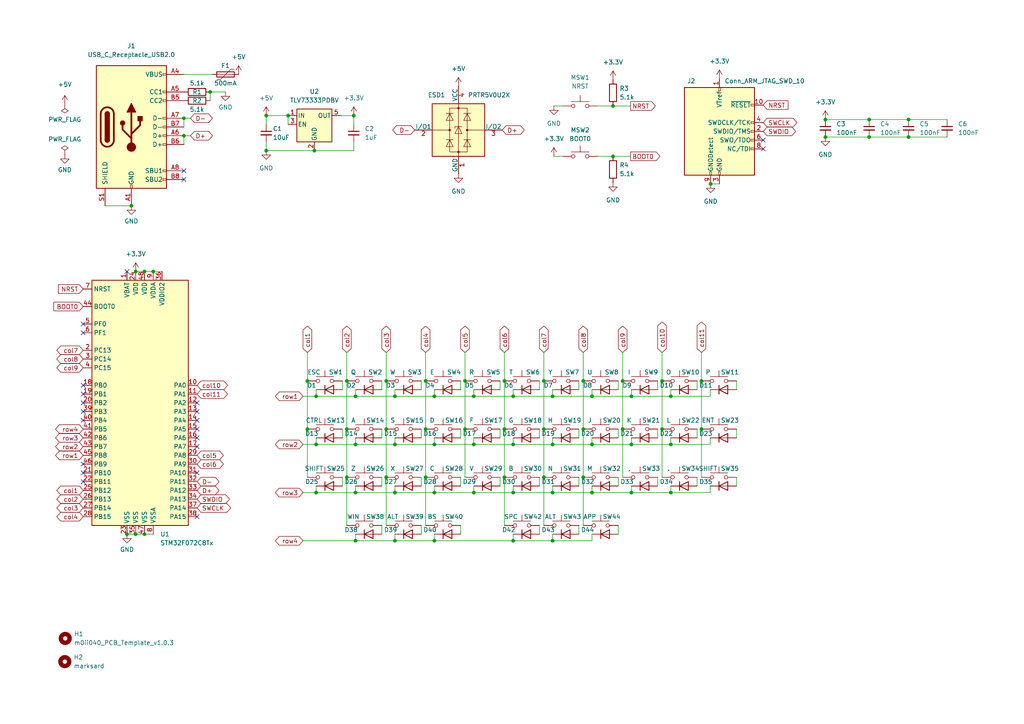
<source format=kicad_sch>
(kicad_sch (version 20211123) (generator eeschema)
  (paper "A4")
  (title_block (title "m0ii040_ts") (date "2023-03-04") (rev "1.0.1"))
  (junction (at 177.8 30.734))
  (junction (at 53.34 39.37))
  (junction (at 103.124 142.875))
  (junction (at 252.095 34.671))
  (junction (at 125.984 128.905))
  (junction (at 114.554 114.935))
  (junction (at 41.91 78.74))
  (junction (at 148.844 156.845))
  (junction (at 169.164 124.46))
  (junction (at 102.616 33.528))
  (junction (at 160.274 142.875))
  (junction (at 148.844 114.935))
  (junction (at 60.96 26.67))
  (junction (at 148.844 128.905))
  (junction (at 171.704 142.875))
  (junction (at 183.134 142.875))
  (junction (at 83.566 33.528))
  (junction (at 192.024 110.49))
  (junction (at 206.121 53.34))
  (junction (at 89.154 124.46))
  (junction (at 134.874 124.46))
  (junction (at 103.124 128.905))
  (junction (at 157.734 110.49))
  (junction (at 137.414 114.935))
  (junction (at 103.124 114.935))
  (junction (at 194.564 142.875))
  (junction (at 146.304 124.46))
  (junction (at 160.274 156.845))
  (junction (at 137.414 128.905))
  (junction (at 192.024 124.46))
  (junction (at 112.014 124.46))
  (junction (at 239.395 34.671))
  (junction (at 157.734 138.43))
  (junction (at 177.8 45.339))
  (junction (at 114.554 128.905))
  (junction (at 160.274 114.935))
  (junction (at 125.984 156.845))
  (junction (at 103.124 156.845))
  (junction (at 112.014 110.49))
  (junction (at 77.216 33.528))
  (junction (at 183.134 128.905))
  (junction (at 125.984 114.935))
  (junction (at 123.444 110.49))
  (junction (at 112.014 138.43))
  (junction (at 114.554 156.845))
  (junction (at 38.1 59.69))
  (junction (at 180.594 124.46))
  (junction (at 169.164 110.49))
  (junction (at 171.704 114.935))
  (junction (at 39.37 154.94))
  (junction (at 44.45 78.74))
  (junction (at 91.694 142.875))
  (junction (at 39.37 78.74))
  (junction (at 114.554 142.875))
  (junction (at 252.095 39.751))
  (junction (at 171.704 128.905))
  (junction (at 100.584 110.49))
  (junction (at 53.34 34.29))
  (junction (at 263.525 39.751))
  (junction (at 263.525 34.671))
  (junction (at 36.83 154.94))
  (junction (at 123.444 138.43))
  (junction (at 183.134 114.935))
  (junction (at 91.694 114.935))
  (junction (at 77.216 43.688))
  (junction (at 91.694 128.905))
  (junction (at 100.584 124.46))
  (junction (at 146.304 110.49))
  (junction (at 194.564 114.935))
  (junction (at 148.844 142.875))
  (junction (at 125.984 142.875))
  (junction (at 169.164 138.43))
  (junction (at 160.274 128.905))
  (junction (at 137.414 142.875))
  (junction (at 146.304 138.43))
  (junction (at 91.186 43.688))
  (junction (at 123.444 124.46))
  (junction (at 134.874 110.49))
  (junction (at 194.564 128.905))
  (junction (at 157.734 124.46))
  (junction (at 203.454 110.49))
  (junction (at 89.154 110.49))
  (junction (at 203.454 124.46))
  (junction (at 41.91 154.94))
  (junction (at 180.594 110.49))
  (junction (at 239.395 39.751))
  (junction (at 100.584 138.43))
  (no_connect (at 57.15 121.92))
  (no_connect (at 57.15 127))
  (no_connect (at 57.15 129.54))
  (no_connect (at 221.361 40.64))
  (no_connect (at 24.13 93.98))
  (no_connect (at 24.13 139.7))
  (no_connect (at 24.13 121.92))
  (no_connect (at 24.13 116.84))
  (no_connect (at 24.13 96.52))
  (no_connect (at 57.15 116.84))
  (no_connect (at 57.15 149.86))
  (no_connect (at 57.15 137.16))
  (no_connect (at 36.83 78.74))
  (no_connect (at 24.13 134.62))
  (no_connect (at 24.13 119.38))
  (no_connect (at 221.361 43.18))
  (no_connect (at 24.13 114.3))
  (no_connect (at 57.15 124.46))
  (no_connect (at 57.15 119.38))
  (no_connect (at 24.13 111.76))
  (no_connect (at 24.13 137.16))
  (no_connect (at 53.34 52.07))
  (no_connect (at 53.34 49.53))
  (wire (pts (xy 203.454 124.46) (xy 203.454 138.43)))
  (wire (pts (xy 145.034 138.43) (xy 145.034 140.97)))
  (wire (pts (xy 91.694 142.875) (xy 103.124 142.875)))
  (wire (pts (xy 205.994 140.97) (xy 205.994 142.875)))
  (wire (pts (xy 87.884 142.875) (xy 91.694 142.875)))
  (wire (pts (xy 148.844 156.845) (xy 160.274 156.845)))
  (wire (pts (xy 134.874 124.46) (xy 134.874 138.43)))
  (wire (pts (xy 103.124 113.03) (xy 103.124 114.935)))
  (wire (pts (xy 134.874 102.235) (xy 134.874 110.49)))
  (wire (pts (xy 114.554 142.875) (xy 125.984 142.875)))
  (wire (pts (xy 148.844 154.94) (xy 148.844 156.845)))
  (wire (pts (xy 112.014 102.235) (xy 112.014 110.49)))
  (wire (pts (xy 171.704 114.935) (xy 183.134 114.935)))
  (wire (pts (xy 179.324 138.43) (xy 179.324 140.97)))
  (wire (pts (xy 87.884 114.935) (xy 91.694 114.935)))
  (wire (pts (xy 112.014 110.49) (xy 112.014 124.46)))
  (wire (pts (xy 157.734 124.46) (xy 157.734 138.43)))
  (wire (pts (xy 183.134 114.935) (xy 194.564 114.935)))
  (wire (pts (xy 123.444 124.46) (xy 123.444 138.43)))
  (wire (pts (xy 213.614 110.49) (xy 213.614 113.03)))
  (wire (pts (xy 213.614 138.43) (xy 213.614 140.97)))
  (wire (pts (xy 263.525 34.671) (xy 274.701 34.671)))
  (wire (pts (xy 100.584 138.43) (xy 100.584 152.4)))
  (wire (pts (xy 87.884 128.905) (xy 91.694 128.905)))
  (wire (pts (xy 110.744 138.43) (xy 110.744 140.97)))
  (wire (pts (xy 177.8 30.734) (xy 182.88 30.734)))
  (wire (pts (xy 77.216 36.068) (xy 77.216 33.528)))
  (wire (pts (xy 53.34 34.29) (xy 53.34 36.83)))
  (wire (pts (xy 123.444 138.43) (xy 123.444 152.4)))
  (wire (pts (xy 183.134 140.97) (xy 183.134 142.875)))
  (wire (pts (xy 99.314 138.43) (xy 99.314 140.97)))
  (wire (pts (xy 252.095 34.671) (xy 263.525 34.671)))
  (wire (pts (xy 205.994 127) (xy 205.994 128.905)))
  (wire (pts (xy 194.564 127) (xy 194.564 128.905)))
  (wire (pts (xy 41.91 154.94) (xy 44.45 154.94)))
  (wire (pts (xy 157.734 102.235) (xy 157.734 110.49)))
  (wire (pts (xy 167.894 110.49) (xy 167.894 113.03)))
  (wire (pts (xy 125.984 114.935) (xy 137.414 114.935)))
  (wire (pts (xy 103.124 127) (xy 103.124 128.905)))
  (wire (pts (xy 192.024 124.46) (xy 192.024 138.43)))
  (wire (pts (xy 125.984 128.905) (xy 137.414 128.905)))
  (wire (pts (xy 91.694 127) (xy 91.694 128.905)))
  (wire (pts (xy 179.324 124.46) (xy 179.324 127)))
  (wire (pts (xy 156.464 110.49) (xy 156.464 113.03)))
  (wire (pts (xy 148.844 114.935) (xy 160.274 114.935)))
  (wire (pts (xy 122.174 138.43) (xy 122.174 140.97)))
  (wire (pts (xy 160.274 113.03) (xy 160.274 114.935)))
  (wire (pts (xy 103.124 140.97) (xy 103.124 142.875)))
  (wire (pts (xy 137.414 114.935) (xy 148.844 114.935)))
  (wire (pts (xy 180.594 110.49) (xy 180.594 124.46)))
  (wire (pts (xy 171.704 128.905) (xy 183.134 128.905)))
  (wire (pts (xy 171.704 142.875) (xy 183.134 142.875)))
  (wire (pts (xy 77.216 43.688) (xy 77.216 41.148)))
  (wire (pts (xy 137.414 140.97) (xy 137.414 142.875)))
  (wire (pts (xy 146.304 110.49) (xy 146.304 124.46)))
  (wire (pts (xy 202.184 110.49) (xy 202.184 113.03)))
  (wire (pts (xy 252.095 39.751) (xy 263.525 39.751)))
  (wire (pts (xy 89.154 110.49) (xy 89.154 124.46)))
  (wire (pts (xy 146.304 124.46) (xy 146.304 138.43)))
  (wire (pts (xy 169.164 110.49) (xy 169.164 124.46)))
  (wire (pts (xy 112.014 138.43) (xy 112.014 152.4)))
  (wire (pts (xy 157.734 138.43) (xy 157.734 152.4)))
  (wire (pts (xy 167.894 152.4) (xy 167.894 154.94)))
  (wire (pts (xy 137.414 142.875) (xy 148.844 142.875)))
  (wire (pts (xy 89.154 102.235) (xy 89.154 110.49)))
  (wire (pts (xy 102.616 41.148) (xy 102.616 43.688)))
  (wire (pts (xy 100.584 110.49) (xy 100.584 124.46)))
  (wire (pts (xy 194.564 128.905) (xy 205.994 128.905)))
  (wire (pts (xy 110.744 124.46) (xy 110.744 127)))
  (wire (pts (xy 98.806 33.528) (xy 102.616 33.528)))
  (wire (pts (xy 145.034 124.46) (xy 145.034 127)))
  (wire (pts (xy 83.566 33.528) (xy 83.566 36.068)))
  (wire (pts (xy 157.734 110.49) (xy 157.734 124.46)))
  (wire (pts (xy 177.8 45.339) (xy 182.88 45.339)))
  (wire (pts (xy 169.164 102.235) (xy 169.164 110.49)))
  (wire (pts (xy 173.355 30.734) (xy 177.8 30.734)))
  (wire (pts (xy 160.274 127) (xy 160.274 128.905)))
  (wire (pts (xy 190.754 138.43) (xy 190.754 140.97)))
  (wire (pts (xy 39.37 154.94) (xy 41.91 154.94)))
  (wire (pts (xy 202.184 138.43) (xy 202.184 140.97)))
  (wire (pts (xy 77.216 33.528) (xy 83.566 33.528)))
  (wire (pts (xy 156.464 152.4) (xy 156.464 154.94)))
  (wire (pts (xy 53.34 39.37) (xy 55.245 39.37)))
  (wire (pts (xy 125.984 156.845) (xy 148.844 156.845)))
  (wire (pts (xy 160.655 45.339) (xy 163.195 45.339)))
  (wire (pts (xy 194.564 114.935) (xy 205.994 114.935)))
  (wire (pts (xy 133.604 152.4) (xy 133.604 154.94)))
  (wire (pts (xy 160.274 114.935) (xy 171.704 114.935)))
  (wire (pts (xy 114.554 127) (xy 114.554 128.905)))
  (wire (pts (xy 160.274 140.97) (xy 160.274 142.875)))
  (wire (pts (xy 103.124 114.935) (xy 114.554 114.935)))
  (wire (pts (xy 190.754 124.46) (xy 190.754 127)))
  (wire (pts (xy 263.525 39.751) (xy 274.701 39.751)))
  (wire (pts (xy 125.984 113.03) (xy 125.984 114.935)))
  (wire (pts (xy 103.124 154.94) (xy 103.124 156.845)))
  (wire (pts (xy 44.45 78.74) (xy 46.99 78.74)))
  (wire (pts (xy 203.454 102.235) (xy 203.454 110.49)))
  (wire (pts (xy 60.96 26.67) (xy 60.96 29.21)))
  (wire (pts (xy 192.024 102.235) (xy 192.024 110.49)))
  (wire (pts (xy 112.014 124.46) (xy 112.014 138.43)))
  (wire (pts (xy 103.124 128.905) (xy 114.554 128.905)))
  (wire (pts (xy 137.414 128.905) (xy 148.844 128.905)))
  (wire (pts (xy 171.704 140.97) (xy 171.704 142.875)))
  (wire (pts (xy 183.134 127) (xy 183.134 128.905)))
  (wire (pts (xy 60.96 26.67) (xy 65.405 26.67)))
  (wire (pts (xy 41.91 78.74) (xy 44.45 78.74)))
  (wire (pts (xy 148.844 128.905) (xy 160.274 128.905)))
  (wire (pts (xy 146.304 102.235) (xy 146.304 110.49)))
  (wire (pts (xy 99.314 124.46) (xy 99.314 127)))
  (wire (pts (xy 114.554 154.94) (xy 114.554 156.845)))
  (wire (pts (xy 156.464 124.46) (xy 156.464 127)))
  (wire (pts (xy 87.884 156.845) (xy 103.124 156.845)))
  (wire (pts (xy 99.314 110.49) (xy 99.314 113.03)))
  (wire (pts (xy 125.984 142.875) (xy 137.414 142.875)))
  (wire (pts (xy 133.604 110.49) (xy 133.604 113.03)))
  (wire (pts (xy 91.694 113.03) (xy 91.694 114.935)))
  (wire (pts (xy 194.564 142.875) (xy 205.994 142.875)))
  (wire (pts (xy 137.414 113.03) (xy 137.414 114.935)))
  (wire (pts (xy 53.34 21.59) (xy 61.595 21.59)))
  (wire (pts (xy 133.604 124.46) (xy 133.604 127)))
  (wire (pts (xy 183.134 113.03) (xy 183.134 114.935)))
  (wire (pts (xy 39.37 78.74) (xy 41.91 78.74)))
  (wire (pts (xy 110.744 110.49) (xy 110.744 113.03)))
  (wire (pts (xy 122.174 110.49) (xy 122.174 113.03)))
  (wire (pts (xy 171.704 127) (xy 171.704 128.905)))
  (wire (pts (xy 100.584 124.46) (xy 100.584 138.43)))
  (wire (pts (xy 239.395 39.751) (xy 252.095 39.751)))
  (wire (pts (xy 213.614 124.46) (xy 213.614 127)))
  (wire (pts (xy 114.554 140.97) (xy 114.554 142.875)))
  (wire (pts (xy 145.034 110.49) (xy 145.034 113.03)))
  (wire (pts (xy 134.874 110.49) (xy 134.874 124.46)))
  (wire (pts (xy 156.464 138.43) (xy 156.464 140.97)))
  (wire (pts (xy 53.34 34.29) (xy 55.245 34.29)))
  (wire (pts (xy 171.704 113.03) (xy 171.704 114.935)))
  (wire (pts (xy 173.355 45.339) (xy 177.8 45.339)))
  (wire (pts (xy 123.444 110.49) (xy 123.444 124.46)))
  (wire (pts (xy 190.754 110.49) (xy 190.754 113.03)))
  (wire (pts (xy 202.184 124.46) (xy 202.184 127)))
  (wire (pts (xy 133.604 138.43) (xy 133.604 140.97)))
  (wire (pts (xy 180.594 102.235) (xy 180.594 110.49)))
  (wire (pts (xy 91.694 140.97) (xy 91.694 142.875)))
  (wire (pts (xy 77.216 43.688) (xy 91.186 43.688)))
  (wire (pts (xy 103.124 156.845) (xy 114.554 156.845)))
  (wire (pts (xy 100.584 102.235) (xy 100.584 110.49)))
  (wire (pts (xy 110.744 152.4) (xy 110.744 154.94)))
  (wire (pts (xy 194.564 140.97) (xy 194.564 142.875)))
  (wire (pts (xy 179.324 110.49) (xy 179.324 113.03)))
  (wire (pts (xy 160.274 156.845) (xy 171.704 156.845)))
  (wire (pts (xy 146.304 138.43) (xy 146.304 152.4)))
  (wire (pts (xy 183.134 128.905) (xy 194.564 128.905)))
  (wire (pts (xy 179.324 152.4) (xy 179.324 154.94)))
  (wire (pts (xy 183.134 142.875) (xy 194.564 142.875)))
  (wire (pts (xy 160.274 128.905) (xy 171.704 128.905)))
  (wire (pts (xy 167.894 124.46) (xy 167.894 127)))
  (wire (pts (xy 160.655 30.734) (xy 163.195 30.734)))
  (wire (pts (xy 160.274 154.94) (xy 160.274 156.845)))
  (wire (pts (xy 206.121 53.34) (xy 208.661 53.34)))
  (wire (pts (xy 89.154 124.46) (xy 89.154 138.43)))
  (wire (pts (xy 194.564 113.03) (xy 194.564 114.935)))
  (wire (pts (xy 148.844 142.875) (xy 160.274 142.875)))
  (wire (pts (xy 239.395 34.671) (xy 252.095 34.671)))
  (wire (pts (xy 148.844 140.97) (xy 148.844 142.875)))
  (wire (pts (xy 169.164 124.46) (xy 169.164 138.43)))
  (wire (pts (xy 114.554 128.905) (xy 125.984 128.905)))
  (wire (pts (xy 114.554 114.935) (xy 125.984 114.935)))
  (wire (pts (xy 123.444 102.235) (xy 123.444 110.49)))
  (wire (pts (xy 167.894 138.43) (xy 167.894 140.97)))
  (wire (pts (xy 169.164 138.43) (xy 169.164 152.4)))
  (wire (pts (xy 180.594 124.46) (xy 180.594 138.43)))
  (wire (pts (xy 114.554 156.845) (xy 125.984 156.845)))
  (wire (pts (xy 114.554 113.03) (xy 114.554 114.935)))
  (wire (pts (xy 53.34 39.37) (xy 53.34 41.91)))
  (wire (pts (xy 192.024 110.49) (xy 192.024 124.46)))
  (wire (pts (xy 160.274 142.875) (xy 171.704 142.875)))
  (wire (pts (xy 36.83 154.94) (xy 39.37 154.94)))
  (wire (pts (xy 122.174 124.46) (xy 122.174 127)))
  (wire (pts (xy 203.454 110.49) (xy 203.454 124.46)))
  (wire (pts (xy 30.48 59.69) (xy 38.1 59.69)))
  (wire (pts (xy 125.984 154.94) (xy 125.984 156.845)))
  (wire (pts (xy 148.844 127) (xy 148.844 128.905)))
  (wire (pts (xy 205.994 113.03) (xy 205.994 114.935)))
  (wire (pts (xy 125.984 127) (xy 125.984 128.905)))
  (wire (pts (xy 91.694 114.935) (xy 103.124 114.935)))
  (wire (pts (xy 137.414 127) (xy 137.414 128.905)))
  (wire (pts (xy 103.124 142.875) (xy 114.554 142.875)))
  (wire (pts (xy 148.844 113.03) (xy 148.844 114.935)))
  (wire (pts (xy 102.616 33.528) (xy 102.616 36.068)))
  (wire (pts (xy 91.694 128.905) (xy 103.124 128.905)))
  (wire (pts (xy 91.186 43.688) (xy 102.616 43.688)))
  (wire (pts (xy 122.174 152.4) (xy 122.174 154.94)))
  (wire (pts (xy 125.984 140.97) (xy 125.984 142.875)))
  (wire (pts (xy 171.704 154.94) (xy 171.704 156.845)))
  (global_label "col3" (shape bidirectional) (at 112.014 102.235 90) (property "Intersheet References" "${INTERSHEET_REFS}" (effects hide)))
  (global_label "NRST" (shape input) (at 221.361 30.48 0) (property "Intersheet References" "${INTERSHEET_REFS}" (effects hide)))
  (global_label "D-" (shape bidirectional) (at 55.245 34.29 0) (property "Intersheet References" "${INTERSHEET_REFS}" (effects hide)))
  (global_label "col11" (shape bidirectional) (at 203.454 102.235 90) (property "Intersheet References" "${INTERSHEET_REFS}" (effects hide)))
  (global_label "col4" (shape bidirectional) (at 24.13 149.86 180) (property "Intersheet References" "${INTERSHEET_REFS}" (effects hide)))
  (global_label "col5" (shape bidirectional) (at 134.874 102.235 90) (property "Intersheet References" "${INTERSHEET_REFS}" (effects hide)))
  (global_label "D+" (shape bidirectional) (at 55.245 39.37 0) (property "Intersheet References" "${INTERSHEET_REFS}" (effects hide)))
  (global_label "row2" (shape bidirectional) (at 87.884 128.905 180) (property "Intersheet References" "${INTERSHEET_REFS}" (effects hide)))
  (global_label "SWCLK" (shape bidirectional) (at 221.361 35.56 0) (property "Intersheet References" "${INTERSHEET_REFS}" (effects hide)))
  (global_label "NRST" (shape output) (at 182.88 30.734 0) (property "Intersheet References" "${INTERSHEET_REFS}" (effects hide)))
  (global_label "col10" (shape bidirectional) (at 57.15 111.76 0) (property "Intersheet References" "${INTERSHEET_REFS}" (effects hide)))
  (global_label "row2" (shape bidirectional) (at 24.13 129.54 180) (property "Intersheet References" "${INTERSHEET_REFS}" (effects hide)))
  (global_label "row4" (shape bidirectional) (at 87.884 156.845 180) (property "Intersheet References" "${INTERSHEET_REFS}" (effects hide)))
  (global_label "col2" (shape bidirectional) (at 100.584 102.235 90) (property "Intersheet References" "${INTERSHEET_REFS}" (effects hide)))
  (global_label "row4" (shape bidirectional) (at 24.13 124.46 180) (property "Intersheet References" "${INTERSHEET_REFS}" (effects hide)))
  (global_label "col8" (shape bidirectional) (at 24.13 104.14 180) (property "Intersheet References" "${INTERSHEET_REFS}" (effects hide)))
  (global_label "SWCLK" (shape bidirectional) (at 57.15 147.32 0) (property "Intersheet References" "${INTERSHEET_REFS}" (effects hide)))
  (global_label "NRST" (shape input) (at 24.13 83.82 180) (property "Intersheet References" "${INTERSHEET_REFS}" (effects hide)))
  (global_label "col4" (shape bidirectional) (at 123.444 102.235 90) (property "Intersheet References" "${INTERSHEET_REFS}" (effects hide)))
  (global_label "row3" (shape bidirectional) (at 24.13 127 180) (property "Intersheet References" "${INTERSHEET_REFS}" (effects hide)))
  (global_label "row3" (shape bidirectional) (at 87.884 142.875 180) (property "Intersheet References" "${INTERSHEET_REFS}" (effects hide)))
  (global_label "col5" (shape bidirectional) (at 57.15 132.08 0) (property "Intersheet References" "${INTERSHEET_REFS}" (effects hide)))
  (global_label "row1" (shape bidirectional) (at 24.13 132.08 180) (property "Intersheet References" "${INTERSHEET_REFS}" (effects hide)))
  (global_label "col7" (shape bidirectional) (at 157.734 102.235 90) (property "Intersheet References" "${INTERSHEET_REFS}" (effects hide)))
  (global_label "col9" (shape bidirectional) (at 24.13 106.68 180) (property "Intersheet References" "${INTERSHEET_REFS}" (effects hide)))
  (global_label "BOOT0" (shape input) (at 24.13 88.9 180) (property "Intersheet References" "${INTERSHEET_REFS}" (effects hide)))
  (global_label "BOOT0" (shape output) (at 182.88 45.339 0) (property "Intersheet References" "${INTERSHEET_REFS}" (effects hide)))
  (global_label "col11" (shape bidirectional) (at 57.15 114.3 0) (property "Intersheet References" "${INTERSHEET_REFS}" (effects hide)))
  (global_label "SWDIO" (shape bidirectional) (at 221.361 38.1 0) (property "Intersheet References" "${INTERSHEET_REFS}" (effects hide)))
  (global_label "D-" (shape bidirectional) (at 57.15 139.7 0) (property "Intersheet References" "${INTERSHEET_REFS}" (effects hide)))
  (global_label "D+" (shape bidirectional) (at 145.669 37.719 0) (property "Intersheet References" "${INTERSHEET_REFS}" (effects hide)))
  (global_label "row1" (shape bidirectional) (at 87.884 114.935 180) (property "Intersheet References" "${INTERSHEET_REFS}" (effects hide)))
  (global_label "col8" (shape bidirectional) (at 169.164 102.235 90) (property "Intersheet References" "${INTERSHEET_REFS}" (effects hide)))
  (global_label "col1" (shape bidirectional) (at 24.13 142.24 180) (property "Intersheet References" "${INTERSHEET_REFS}" (effects hide)))
  (global_label "col1" (shape bidirectional) (at 89.154 102.235 90) (property "Intersheet References" "${INTERSHEET_REFS}" (effects hide)))
  (global_label "col2" (shape bidirectional) (at 24.13 144.78 180) (property "Intersheet References" "${INTERSHEET_REFS}" (effects hide)))
  (global_label "col10" (shape bidirectional) (at 192.024 102.235 90) (property "Intersheet References" "${INTERSHEET_REFS}" (effects hide)))
  (global_label "col9" (shape bidirectional) (at 180.594 102.235 90) (property "Intersheet References" "${INTERSHEET_REFS}" (effects hide)))
  (global_label "col3" (shape bidirectional) (at 24.13 147.32 180) (property "Intersheet References" "${INTERSHEET_REFS}" (effects hide)))
  (global_label "col6" (shape bidirectional) (at 146.304 102.235 90) (property "Intersheet References" "${INTERSHEET_REFS}" (effects hide)))
  (global_label "D-" (shape bidirectional) (at 120.269 37.719 180) (property "Intersheet References" "${INTERSHEET_REFS}" (effects hide)))
  (global_label "D+" (shape bidirectional) (at 57.15 142.24 0) (property "Intersheet References" "${INTERSHEET_REFS}" (effects hide)))
  (global_label "col7" (shape bidirectional) (at 24.13 101.6 180) (property "Intersheet References" "${INTERSHEET_REFS}" (effects hide)))
  (global_label "SWDIO" (shape bidirectional) (at 57.15 144.78 0) (property "Intersheet References" "${INTERSHEET_REFS}" (effects hide)))
  (global_label "col6" (shape bidirectional) (at 57.15 134.62 0) (property "Intersheet References" "${INTERSHEET_REFS}" (effects hide)))
  (symbol (lib_id "Switch:SW_Push") (at 162.814 124.46 0) (unit 1)
    (property "Reference" "SW19" (at 165.989 121.92 0))
    (property "Value" "H" (at 159.639 121.92 0))
    (property "Footprint" "ai03.MX_Hotswap:MX-Hotswap-1U" (effects hide))
  )
  (symbol (lib_id "Switch:SW_Push") (at 151.384 138.43 0) (unit 1)
    (property "Reference" "SW30" (at 154.559 135.89 0))
    (property "Value" "B" (at 148.209 135.89 0))
    (property "Footprint" "ai03.MX_Hotswap:MX-Hotswap-1U" (effects hide))
  )
  (symbol (lib_id "Diode:1N4148W") (at 106.934 113.03 0) (unit 1)
    (property "Reference" "D2" (at 101.854 111.76 0))
    (property "Value" "D" (effects hide))
    (property "Footprint" "Diode_SMD:D_SOD-123" (effects hide))
    (property "Datasheet" "https://www.vishay.com/docs/85748/1n4148w.pdf" (effects hide))
    (property "LCSC" "C81598" (effects hide))
  )
  (symbol (lib_id "Diode:1N4148W") (at 198.374 127 0) (unit 1)
    (property "Reference" "D22" (at 193.294 125.73 0))
    (property "Value" "D" (effects hide))
    (property "Footprint" "Diode_SMD:D_SOD-123" (effects hide))
    (property "Datasheet" "https://www.vishay.com/docs/85748/1n4148w.pdf" (effects hide))
    (property "LCSC" "C81598" (effects hide))
  )
  (symbol (lib_id "Switch:SW_Push") (at 168.275 30.734 0) (unit 1) (in_bom no)
    (property "Reference" "MSW1" (at 168.275 22.479 0))
    (property "Value" "NRST" (at 168.275 25.019 0))
    (property "Footprint" "Marksard_Keyboard:TVBP06-B043CB" (effects hide))
  )
  (symbol (lib_id "Switch:SW_Push") (at 208.534 138.43 0) (unit 1)
    (property "Reference" "SW35" (at 211.709 135.89 0))
    (property "Value" "SHIFT" (at 205.359 135.89 0))
    (property "Footprint" "ai03.MX_Hotswap:MX-Hotswap-1.5U" (effects hide))
  )
  (symbol (lib_id "Switch:SW_Push") (at 197.104 138.43 0) (unit 1)
    (property "Reference" "SW34" (at 200.279 135.89 0))
    (property "Value" "." (at 193.929 135.89 0))
    (property "Footprint" "ai03.MX_Hotswap:MX-Hotswap-1U" (effects hide))
  )
  (symbol (lib_id "Diode:1N4148W") (at 118.364 113.03 0) (unit 1)
    (property "Reference" "D3" (at 113.284 111.76 0))
    (property "Value" "D" (effects hide))
    (property "Footprint" "Diode_SMD:D_SOD-123" (effects hide))
    (property "Datasheet" "https://www.vishay.com/docs/85748/1n4148w.pdf" (effects hide))
    (property "LCSC" "C81598" (effects hide))
  )
  (symbol (lib_id "Diode:1N4148W") (at 164.084 127 0) (unit 1)
    (property "Reference" "D19" (at 159.004 125.73 0))
    (property "Value" "D" (effects hide))
    (property "Footprint" "Diode_SMD:D_SOD-123" (effects hide))
    (property "Datasheet" "https://www.vishay.com/docs/85748/1n4148w.pdf" (effects hide))
    (property "LCSC" "C81598" (effects hide))
  )
  (symbol (lib_id "power:GND") (at 132.969 50.419 0) (unit 1)
    (property "Reference" "#PWR012" (effects hide))
    (property "Value" "GND" (at 132.969 55.499 0))
  )
  (symbol (lib_id "Switch:SW_Push") (at 139.954 124.46 0) (unit 1)
    (property "Reference" "SW17" (at 143.129 121.92 0))
    (property "Value" "F" (at 136.779 121.92 0))
    (property "Footprint" "ai03.MX_Hotswap:MX-Hotswap-1U" (effects hide))
  )
  (symbol (lib_id "power:GND") (at 38.1 59.69 0) (unit 1)
    (property "Reference" "#PWR04" (effects hide))
    (property "Value" "GND" (at 38.1 64.135 0))
  )
  (symbol (lib_id "Switch:SW_Push") (at 128.524 110.49 0) (unit 1)
    (property "Reference" "SW4" (at 131.699 107.95 0))
    (property "Value" "E" (at 125.349 107.95 0))
    (property "Footprint" "ai03.MX_Hotswap:MX-Hotswap-1U" (effects hide))
  )
  (symbol (lib_id "Diode:1N4148W") (at 175.514 113.03 0) (unit 1)
    (property "Reference" "D8" (at 170.434 111.76 0))
    (property "Value" "D" (effects hide))
    (property "Footprint" "Diode_SMD:D_SOD-123" (effects hide))
    (property "Datasheet" "https://www.vishay.com/docs/85748/1n4148w.pdf" (effects hide))
    (property "LCSC" "C81598" (effects hide))
  )
  (symbol (lib_id "Diode:1N4148W") (at 129.794 113.03 0) (unit 1)
    (property "Reference" "D4" (at 124.714 111.76 0))
    (property "Value" "D" (effects hide))
    (property "Footprint" "Diode_SMD:D_SOD-123" (effects hide))
    (property "Datasheet" "https://www.vishay.com/docs/85748/1n4148w.pdf" (effects hide))
    (property "LCSC" "C81598" (effects hide))
  )
  (symbol (lib_id "Switch:SW_Push") (at 185.674 110.49 0) (unit 1)
    (property "Reference" "SW9" (at 188.849 107.95 0))
    (property "Value" "I" (at 182.499 107.95 0))
    (property "Footprint" "ai03.MX_Hotswap:MX-Hotswap-1U" (effects hide))
  )
  (symbol (lib_id "Switch:SW_Push") (at 117.094 152.4 0) (unit 1)
    (property "Reference" "SW39" (at 120.269 149.86 0))
    (property "Value" "ALT" (at 113.919 149.86 0))
    (property "Footprint" "ai03.MX_Hotswap:MX-Hotswap-1.25U" (effects hide))
  )
  (symbol (lib_id "Diode:1N4148W") (at 106.934 127 0) (unit 1)
    (property "Reference" "D14" (at 101.854 125.73 0))
    (property "Value" "D" (effects hide))
    (property "Footprint" "Diode_SMD:D_SOD-123" (effects hide))
    (property "Datasheet" "https://www.vishay.com/docs/85748/1n4148w.pdf" (effects hide))
    (property "LCSC" "C81598" (effects hide))
  )
  (symbol (lib_id "Diode:1N4148W") (at 141.224 140.97 0) (unit 1)
    (property "Reference" "D29" (at 136.144 139.7 0))
    (property "Value" "D" (effects hide))
    (property "Footprint" "Diode_SMD:D_SOD-123" (effects hide))
    (property "Datasheet" "https://www.vishay.com/docs/85748/1n4148w.pdf" (effects hide))
    (property "LCSC" "C81598" (effects hide))
  )
  (symbol (lib_id "Diode:1N4148W") (at 152.654 127 0) (unit 1)
    (property "Reference" "D18" (at 147.574 125.73 0))
    (property "Value" "D" (effects hide))
    (property "Footprint" "Diode_SMD:D_SOD-123" (effects hide))
    (property "Datasheet" "https://www.vishay.com/docs/85748/1n4148w.pdf" (effects hide))
    (property "LCSC" "C81598" (effects hide))
  )
  (symbol (lib_id "Regulator_Linear:TLV73333PDBV") (at 91.186 36.068 0) (unit 1)
    (property "Reference" "U2" (at 91.186 26.543 0))
    (property "Value" "TLV73333PDBV" (at 91.186 29.083 0))
    (property "Footprint" "Package_TO_SOT_SMD:SOT-23-5" (effects hide))
    (property "Datasheet" "http://www.ti.com/lit/ds/symlink/tlv733p.pdf" (effects hide))
    (property "LCSC" "C134139" (effects hide))
  )
  (symbol (lib_id "MCU_ST_STM32F0:STM32F072C8Tx") (at 41.91 116.84 0) (unit 1)
    (property "Reference" "U1" (at 46.4694 154.94 0) (effects (justify left)))
    (property "Value" "STM32F072C8Tx" (at 46.4694 157.48 0) (effects (justify left)))
    (property "Footprint" "Package_QFP:LQFP-48_7x7mm_P0.5mm" (effects hide))
    (property "Datasheet" "http://www.st.com/st-web-ui/static/active/en/resource/technical/document/datasheet/DM00090510.pdf" (effects hide))
    (property "LCSC" "C80488" (effects hide))
  )
  (symbol (lib_id "Switch:SW_Push") (at 174.244 152.4 0) (unit 1)
    (property "Reference" "SW44" (at 177.419 149.86 0))
    (property "Value" "APP" (at 171.069 149.86 0))
    (property "Footprint" "ai03.MX_Hotswap:MX-Hotswap-1U" (effects hide))
  )
  (symbol (lib_id "power:+3.3V") (at 102.616 33.528 0) (unit 1)
    (property "Reference" "#PWR010" (effects hide))
    (property "Value" "+3.3V" (at 102.616 28.448 0))
  )
  (symbol (lib_id "power:GND") (at 36.83 154.94 0) (unit 1)
    (property "Reference" "#PWR03" (effects hide))
    (property "Value" "GND" (at 36.83 159.385 0))
  )
  (symbol (lib_id "power:+3.3V") (at 160.655 45.339 0) (unit 1)
    (property "Reference" "#PWR014" (effects hide))
    (property "Value" "+3.3V" (at 160.655 40.259 0))
  )
  (symbol (lib_id "power:GND") (at 239.395 39.751 0) (unit 1)
    (property "Reference" "#PWR020" (effects hide))
    (property "Value" "GND" (at 239.395 44.831 0))
  )
  (symbol (lib_id "Device:R") (at 177.8 26.924 0) (unit 1)
    (property "Reference" "R3" (at 179.705 25.6539 0) (effects (justify left)))
    (property "Value" "5.1k" (at 179.705 28.1939 0) (effects (justify left)))
    (property "Footprint" "Resistor_SMD:R_0402_1005Metric" (effects hide))
  )
  (symbol (lib_id "Diode:1N4148W") (at 141.224 113.03 0) (unit 1)
    (property "Reference" "D5" (at 136.144 111.76 0))
    (property "Value" "D" (effects hide))
    (property "Footprint" "Diode_SMD:D_SOD-123" (effects hide))
    (property "Datasheet" "https://www.vishay.com/docs/85748/1n4148w.pdf" (effects hide))
    (property "LCSC" "C81598" (effects hide))
  )
  (symbol (lib_id "Diode:1N4148W") (at 209.804 127 0) (unit 1)
    (property "Reference" "D23" (at 204.724 125.73 0))
    (property "Value" "D" (effects hide))
    (property "Footprint" "Diode_SMD:D_SOD-123" (effects hide))
    (property "Datasheet" "https://www.vishay.com/docs/85748/1n4148w.pdf" (effects hide))
    (property "LCSC" "C81598" (effects hide))
  )
  (symbol (lib_id "Device:R") (at 57.15 29.21 90) (unit 1)
    (property "Reference" "R2" (at 57.15 29.21 90))
    (property "Value" "5.1k" (at 57.15 31.75 90))
    (property "Footprint" "Resistor_SMD:R_0603_1608Metric" (effects hide))
  )
  (symbol (lib_id "Diode:1N4148W") (at 186.944 140.97 0) (unit 1)
    (property "Reference" "D33" (at 181.864 139.7 0))
    (property "Value" "D" (effects hide))
    (property "Footprint" "Diode_SMD:D_SOD-123" (effects hide))
    (property "Datasheet" "https://www.vishay.com/docs/85748/1n4148w.pdf" (effects hide))
    (property "LCSC" "C81598" (effects hide))
  )
  (symbol (lib_id "Diode:1N4148W") (at 209.804 140.97 0) (unit 1)
    (property "Reference" "D35" (at 204.724 139.7 0))
    (property "Value" "D" (effects hide))
    (property "Footprint" "Diode_SMD:D_SOD-123" (effects hide))
    (property "Datasheet" "https://www.vishay.com/docs/85748/1n4148w.pdf" (effects hide))
    (property "LCSC" "C81598" (effects hide))
  )
  (symbol (lib_id "Switch:SW_Push") (at 185.674 138.43 0) (unit 1)
    (property "Reference" "SW33" (at 188.849 135.89 0))
    (property "Value" "," (at 182.499 135.89 0))
    (property "Footprint" "ai03.MX_Hotswap:MX-Hotswap-1U" (effects hide))
  )
  (symbol (lib_id "Diode:1N4148W") (at 164.084 113.03 0) (unit 1)
    (property "Reference" "D7" (at 159.004 111.76 0))
    (property "Value" "D" (effects hide))
    (property "Footprint" "Diode_SMD:D_SOD-123" (effects hide))
    (property "Datasheet" "https://www.vishay.com/docs/85748/1n4148w.pdf" (effects hide))
    (property "LCSC" "C81598" (effects hide))
  )
  (symbol (lib_id "Switch:SW_Push") (at 174.244 110.49 0) (unit 1)
    (property "Reference" "SW8" (at 177.419 107.95 0))
    (property "Value" "U" (at 171.069 107.95 0))
    (property "Footprint" "ai03.MX_Hotswap:MX-Hotswap-1U" (effects hide))
  )
  (symbol (lib_id "Diode:1N4148W") (at 209.804 113.03 0) (unit 1)
    (property "Reference" "D11" (at 204.724 111.76 0))
    (property "Value" "D" (effects hide))
    (property "Footprint" "Diode_SMD:D_SOD-123" (effects hide))
    (property "Datasheet" "https://www.vishay.com/docs/85748/1n4148w.pdf" (effects hide))
    (property "LCSC" "C81598" (effects hide))
  )
  (symbol (lib_id "Diode:1N4148W") (at 152.654 113.03 0) (unit 1)
    (property "Reference" "D6" (at 147.574 111.76 0))
    (property "Value" "D" (effects hide))
    (property "Footprint" "Diode_SMD:D_SOD-123" (effects hide))
    (property "Datasheet" "https://www.vishay.com/docs/85748/1n4148w.pdf" (effects hide))
    (property "LCSC" "C81598" (effects hide))
  )
  (symbol (lib_id "Switch:SW_Push") (at 117.094 110.49 0) (unit 1)
    (property "Reference" "SW3" (at 120.269 107.95 0))
    (property "Value" "W" (at 113.919 107.95 0))
    (property "Footprint" "ai03.MX_Hotswap:MX-Hotswap-1U" (effects hide))
  )
  (symbol (lib_id "Switch:SW_Push") (at 174.244 138.43 0) (unit 1)
    (property "Reference" "SW32" (at 177.419 135.89 0))
    (property "Value" "M" (at 171.069 135.89 0))
    (property "Footprint" "ai03.MX_Hotswap:MX-Hotswap-1U" (effects hide))
  )
  (symbol (lib_id "Switch:SW_Push") (at 168.275 45.339 0) (unit 1) (in_bom no)
    (property "Reference" "MSW2" (at 168.275 37.719 0))
    (property "Value" "BOOT0" (at 168.275 40.259 0))
    (property "Footprint" "Marksard_Keyboard:TVBP06-B043CB" (effects hide))
  )
  (symbol (lib_id "Diode:1N4148W") (at 175.514 154.94 0) (unit 1)
    (property "Reference" "D44" (at 170.434 153.67 0))
    (property "Value" "D" (effects hide))
    (property "Footprint" "Diode_SMD:D_SOD-123" (effects hide))
    (property "Datasheet" "https://www.vishay.com/docs/85748/1n4148w.pdf" (effects hide))
    (property "LCSC" "C81598" (effects hide))
  )
  (symbol (lib_id "Mechanical:MountingHole") (at 18.923 185.166 0) (unit 1) (in_bom no)
    (property "Reference" "H1" (at 21.463 183.8959 0) (effects (justify left)))
    (property "Value" "m0ii040_PCB_Template_v1.0.3" (at 21.463 186.4359 0) (effects (justify left)))
    (property "Footprint" "Marksard_Keyboard:m0ii040_PCB_Template_v1.0.3" (effects hide))
  )
  (symbol (lib_id "Diode:1N4148W") (at 175.514 127 0) (unit 1)
    (property "Reference" "D20" (at 170.434 125.73 0))
    (property "Value" "D" (effects hide))
    (property "Footprint" "Diode_SMD:D_SOD-123" (effects hide))
    (property "Datasheet" "https://www.vishay.com/docs/85748/1n4148w.pdf" (effects hide))
    (property "LCSC" "C81598" (effects hide))
  )
  (symbol (lib_id "Mechanical:MountingHole") (at 18.796 191.897 0) (unit 1) (in_bom no)
    (property "Reference" "H2" (at 21.336 190.6269 0) (effects (justify left)))
    (property "Value" "marksard" (at 21.336 193.1669 0) (effects (justify left)))
    (property "Footprint" "Marksard_Keyboard:marksard_logo" (effects hide))
  )
  (symbol (lib_id "Diode:1N4148W") (at 129.794 127 0) (unit 1)
    (property "Reference" "D16" (at 124.714 125.73 0))
    (property "Value" "D" (effects hide))
    (property "Footprint" "Diode_SMD:D_SOD-123" (effects hide))
    (property "Datasheet" "https://www.vishay.com/docs/85748/1n4148w.pdf" (effects hide))
    (property "LCSC" "C81598" (effects hide))
  )
  (symbol (lib_id "Diode:1N4148W") (at 106.934 140.97 0) (unit 1)
    (property "Reference" "D26" (at 101.854 139.7 0))
    (property "Value" "D" (effects hide))
    (property "Footprint" "Diode_SMD:D_SOD-123" (effects hide))
    (property "Datasheet" "https://www.vishay.com/docs/85748/1n4148w.pdf" (effects hide))
    (property "LCSC" "C81598" (effects hide))
  )
  (symbol (lib_id "power:GND") (at 77.216 43.688 0) (unit 1)
    (property "Reference" "#PWR09" (effects hide))
    (property "Value" "GND" (at 77.216 48.768 0))
  )
  (symbol (lib_id "Diode:1N4148W") (at 129.794 154.94 0) (unit 1)
    (property "Reference" "D40" (at 124.714 153.67 0))
    (property "Value" "D" (effects hide))
    (property "Footprint" "Diode_SMD:D_SOD-123" (effects hide))
    (property "Datasheet" "https://www.vishay.com/docs/85748/1n4148w.pdf" (effects hide))
    (property "LCSC" "C81598" (effects hide))
  )
  (symbol (lib_id "Diode:1N4148W") (at 118.364 140.97 0) (unit 1)
    (property "Reference" "D27" (at 113.284 139.7 0))
    (property "Value" "D" (effects hide))
    (property "Footprint" "Diode_SMD:D_SOD-123" (effects hide))
    (property "Datasheet" "https://www.vishay.com/docs/85748/1n4148w.pdf" (effects hide))
    (property "LCSC" "C81598" (effects hide))
  )
  (symbol (lib_id "Connector:Conn_ARM_JTAG_SWD_10") (at 208.661 38.1 0) (unit 1) (in_bom no)
    (property "Reference" "J2" (at 201.676 23.495 0) (effects (justify right)))
    (property "Value" "Conn_ARM_JTAG_SWD_10" (at 233.426 23.495 0) (effects (justify right)))
    (property "Footprint" "Connector_PinHeader_1.00mm:PinHeader_2x06_P1.00mm_Vertical" (effects hide))
    (property "Datasheet" "http://infocenter.arm.com/help/topic/com.arm.doc.ddi0314h/DDI0314H_coresight_components_trm.pdf" (effects hide))
  )
  (symbol (lib_id "power:+5V") (at 77.216 33.528 0) (unit 1)
    (property "Reference" "#PWR08" (effects hide))
    (property "Value" "+5V" (at 77.216 28.448 0))
  )
  (symbol (lib_id "Switch:SW_Push") (at 208.534 124.46 0) (unit 1)
    (property "Reference" "SW23" (at 211.709 121.92 0))
    (property "Value" "ENT" (at 205.359 121.92 0))
    (property "Footprint" "ai03.MX_Hotswap:MX-Hotswap-1.75U" (effects hide))
  )
  (symbol (lib_id "Diode:1N4148W") (at 152.654 140.97 0) (unit 1)
    (property "Reference" "D30" (at 147.574 139.7 0))
    (property "Value" "D" (effects hide))
    (property "Footprint" "Diode_SMD:D_SOD-123" (effects hide))
    (property "Datasheet" "https://www.vishay.com/docs/85748/1n4148w.pdf" (effects hide))
    (property "LCSC" "C81598" (effects hide))
  )
  (symbol (lib_id "Switch:SW_Push") (at 94.234 138.43 0) (unit 1)
    (property "Reference" "SW25" (at 97.409 135.89 0))
    (property "Value" "SHIFT" (at 91.059 135.89 0))
    (property "Footprint" "ai03.MX_Hotswap:MX-Hotswap-1U" (effects hide))
  )
  (symbol (lib_id "Switch:SW_Push") (at 128.524 124.46 0) (unit 1)
    (property "Reference" "SW16" (at 131.699 121.92 0))
    (property "Value" "D" (at 125.349 121.92 0))
    (property "Footprint" "ai03.MX_Hotswap:MX-Hotswap-1U" (effects hide))
  )
  (symbol (lib_id "Switch:SW_Push") (at 151.384 152.4 0) (unit 1)
    (property "Reference" "SW42" (at 154.559 149.86 0))
    (property "Value" "SPC" (at 148.209 149.86 0))
    (property "Footprint" "ai03.MX_Hotswap:MX-Hotswap-2.25U" (effects hide))
  )
  (symbol (lib_id "Diode:1N4148W") (at 106.934 154.94 0) (unit 1)
    (property "Reference" "D38" (at 101.854 153.67 0))
    (property "Value" "D" (effects hide))
    (property "Footprint" "Diode_SMD:D_SOD-123" (effects hide))
    (property "Datasheet" "https://www.vishay.com/docs/85748/1n4148w.pdf" (effects hide))
    (property "LCSC" "C81598" (effects hide))
  )
  (symbol (lib_id "power:GND") (at 18.796 44.831 0) (unit 1)
    (property "Reference" "#PWR02" (effects hide))
    (property "Value" "GND" (at 18.796 49.276 0))
  )
  (symbol (lib_id "power:+3.3V") (at 239.395 34.671 0) (unit 1)
    (property "Reference" "#PWR019" (effects hide))
    (property "Value" "+3.3V" (at 239.395 29.591 0))
  )
  (symbol (lib_id "Switch:SW_Push") (at 105.664 138.43 0) (unit 1)
    (property "Reference" "SW26" (at 108.839 135.89 0))
    (property "Value" "Z" (at 102.489 135.89 0))
    (property "Footprint" "ai03.MX_Hotswap:MX-Hotswap-1U" (effects hide))
  )
  (symbol (lib_id "Switch:SW_Push") (at 162.814 110.49 0) (unit 1)
    (property "Reference" "SW7" (at 165.989 107.95 0))
    (property "Value" "Y" (at 159.639 107.95 0))
    (property "Footprint" "ai03.MX_Hotswap:MX-Hotswap-1U" (effects hide))
  )
  (symbol (lib_id "power:GND") (at 177.8 52.959 0) (unit 1)
    (property "Reference" "#PWR016" (effects hide))
    (property "Value" "GND" (at 177.8 58.039 0))
  )
  (symbol (lib_id "Switch:SW_Push") (at 162.814 152.4 0) (unit 1)
    (property "Reference" "SW43" (at 165.989 149.86 0))
    (property "Value" "ALT" (at 159.639 149.86 0))
    (property "Footprint" "ai03.MX_Hotswap:MX-Hotswap-1.25U" (effects hide))
  )
  (symbol (lib_id "power:+3.3V") (at 177.8 23.114 0) (unit 1)
    (property "Reference" "#PWR015" (effects hide))
    (property "Value" "+3.3V" (at 177.8 18.034 0))
  )
  (symbol (lib_id "power:+5V") (at 18.796 30.226 0) (unit 1)
    (property "Reference" "#PWR01" (effects hide))
    (property "Value" "+5V" (at 18.796 24.511 0))
  )
  (symbol (lib_id "power:+3.3V") (at 39.37 78.74 0) (unit 1)
    (property "Reference" "#PWR05" (effects hide))
    (property "Value" "+3.3V" (at 39.37 73.66 0))
  )
  (symbol (lib_id "Diode:1N4148W") (at 95.504 127 0) (unit 1)
    (property "Reference" "D13" (at 90.424 125.73 0))
    (property "Value" "D" (effects hide))
    (property "Footprint" "Diode_SMD:D_SOD-123" (effects hide))
    (property "Datasheet" "https://www.vishay.com/docs/85748/1n4148w.pdf" (effects hide))
    (property "LCSC" "C81598" (effects hide))
  )
  (symbol (lib_id "Power_Protection:PRTR5V0U2X") (at 132.969 37.719 0) (unit 1)
    (property "Reference" "ESD1" (at 126.619 27.559 0))
    (property "Value" "PRTR5V0U2X" (at 141.859 27.559 0))
    (property "Footprint" "Package_TO_SOT_SMD:SOT-143" (effects hide))
    (property "Datasheet" "https://assets.nexperia.com/documents/data-sheet/PRTR5V0U2X.pdf" (effects hide))
    (property "LCSC" "C12333" (effects hide))
  )
  (symbol (lib_id "Diode:1N4148W") (at 164.084 154.94 0) (unit 1)
    (property "Reference" "D43" (at 159.004 153.67 0))
    (property "Value" "D" (effects hide))
    (property "Footprint" "Diode_SMD:D_SOD-123" (effects hide))
    (property "Datasheet" "https://www.vishay.com/docs/85748/1n4148w.pdf" (effects hide))
    (property "LCSC" "C81598" (effects hide))
  )
  (symbol (lib_id "Diode:1N4148W") (at 95.504 140.97 0) (unit 1)
    (property "Reference" "D25" (at 90.424 139.7 0))
    (property "Value" "D" (effects hide))
    (property "Footprint" "Diode_SMD:D_SOD-123" (effects hide))
    (property "Datasheet" "https://www.vishay.com/docs/85748/1n4148w.pdf" (effects hide))
    (property "LCSC" "C81598" (effects hide))
  )
  (symbol (lib_id "Device:C_Small") (at 274.701 37.211 0) (unit 1)
    (property "Reference" "C6" (at 277.876 35.9472 0) (effects (justify left)))
    (property "Value" "100nF" (at 277.876 38.4872 0) (effects (justify left)))
    (property "Footprint" "Capacitor_SMD:C_0402_1005Metric" (effects hide))
  )
  (symbol (lib_id "power:+5V") (at 132.969 25.019 0) (unit 1)
    (property "Reference" "#PWR011" (effects hide))
    (property "Value" "+5V" (at 132.969 19.939 0))
  )
  (symbol (lib_id "power:PWR_FLAG") (at 18.796 44.831 0) (unit 1)
    (property "Reference" "#FLG02" (effects hide))
    (property "Value" "PWR_FLAG" (at 18.796 40.386 0))
  )
  (symbol (lib_id "power:+3.3V") (at 208.661 22.86 0) (unit 1)
    (property "Reference" "#PWR018" (effects hide))
    (property "Value" "+3.3V" (at 208.661 17.78 0))
  )
  (symbol (lib_id "Switch:SW_Push") (at 128.524 138.43 0) (unit 1)
    (property "Reference" "SW28" (at 131.699 135.89 0))
    (property "Value" "C" (at 125.349 135.89 0))
    (property "Footprint" "ai03.MX_Hotswap:MX-Hotswap-1U" (effects hide))
  )
  (symbol (lib_id "Diode:1N4148W") (at 129.794 140.97 0) (unit 1)
    (property "Reference" "D28" (at 124.714 139.7 0))
    (property "Value" "D" (effects hide))
    (property "Footprint" "Diode_SMD:D_SOD-123" (effects hide))
    (property "Datasheet" "https://www.vishay.com/docs/85748/1n4148w.pdf" (effects hide))
    (property "LCSC" "C81598" (effects hide))
  )
  (symbol (lib_id "Device:R") (at 57.15 26.67 90) (unit 1)
    (property "Reference" "R1" (at 57.15 26.67 90))
    (property "Value" "5.1k" (at 57.15 24.13 90))
    (property "Footprint" "Resistor_SMD:R_0603_1608Metric" (effects hide))
  )
  (symbol (lib_id "Switch:SW_Push") (at 105.664 110.49 0) (unit 1)
    (property "Reference" "SW2" (at 108.839 107.95 0))
    (property "Value" "Q" (at 102.489 107.95 0))
    (property "Footprint" "ai03.MX_Hotswap:MX-Hotswap-1U" (effects hide))
  )
  (symbol (lib_id "Diode:1N4148W") (at 186.944 113.03 0) (unit 1)
    (property "Reference" "D9" (at 181.864 111.76 0))
    (property "Value" "D" (effects hide))
    (property "Footprint" "Diode_SMD:D_SOD-123" (effects hide))
    (property "Datasheet" "https://www.vishay.com/docs/85748/1n4148w.pdf" (effects hide))
    (property "LCSC" "C81598" (effects hide))
  )
  (symbol (lib_id "Diode:1N4148W") (at 95.504 113.03 0) (unit 1)
    (property "Reference" "D1" (at 90.424 111.76 0))
    (property "Value" "D" (effects hide))
    (property "Footprint" "Diode_SMD:D_SOD-123" (effects hide))
    (property "Datasheet" "https://www.vishay.com/docs/85748/1n4148w.pdf" (effects hide))
    (property "LCSC" "C81598" (effects hide))
  )
  (symbol (lib_id "Switch:SW_Push") (at 94.234 124.46 0) (unit 1)
    (property "Reference" "SW13" (at 97.409 121.92 0))
    (property "Value" "CTRL" (at 91.059 121.92 0))
    (property "Footprint" "ai03.MX_Hotswap:MX-Hotswap-1.25U" (effects hide))
  )
  (symbol (lib_id "Switch:SW_Push") (at 139.954 110.49 0) (unit 1)
    (property "Reference" "SW5" (at 143.129 107.95 0))
    (property "Value" "R" (at 136.779 107.95 0))
    (property "Footprint" "ai03.MX_Hotswap:MX-Hotswap-1U" (effects hide))
  )
  (symbol (lib_id "Device:C_Small") (at 263.525 37.211 0) (unit 1)
    (property "Reference" "C5" (at 266.7 35.9472 0) (effects (justify left)))
    (property "Value" "100nF" (at 266.7 38.4872 0) (effects (justify left)))
    (property "Footprint" "Capacitor_SMD:C_0402_1005Metric" (effects hide))
  )
  (symbol (lib_id "Switch:SW_Push") (at 139.954 138.43 0) (unit 1)
    (property "Reference" "SW29" (at 143.129 135.89 0))
    (property "Value" "V" (at 136.779 135.89 0))
    (property "Footprint" "ai03.MX_Hotswap:MX-Hotswap-1U" (effects hide))
  )
  (symbol (lib_id "Diode:1N4148W") (at 152.654 154.94 0) (unit 1)
    (property "Reference" "D42" (at 147.574 153.67 0))
    (property "Value" "D" (effects hide))
    (property "Footprint" "Diode_SMD:D_SOD-123" (effects hide))
    (property "Datasheet" "https://www.vishay.com/docs/85748/1n4148w.pdf" (effects hide))
    (property "LCSC" "C81598" (effects hide))
  )
  (symbol (lib_id "Switch:SW_Push") (at 105.664 124.46 0) (unit 1)
    (property "Reference" "SW14" (at 108.839 121.92 0))
    (property "Value" "A" (at 102.489 121.92 0))
    (property "Footprint" "ai03.MX_Hotswap:MX-Hotswap-1U" (effects hide))
  )
  (symbol (lib_id "Diode:1N4148W") (at 118.364 154.94 0) (unit 1)
    (property "Reference" "D39" (at 113.284 153.67 0))
    (property "Value" "D" (effects hide))
    (property "Footprint" "Diode_SMD:D_SOD-123" (effects hide))
    (property "Datasheet" "https://www.vishay.com/docs/85748/1n4148w.pdf" (effects hide))
    (property "LCSC" "C81598" (effects hide))
  )
  (symbol (lib_id "Diode:1N4148W") (at 164.084 140.97 0) (unit 1)
    (property "Reference" "D31" (at 159.004 139.7 0))
    (property "Value" "D" (effects hide))
    (property "Footprint" "Diode_SMD:D_SOD-123" (effects hide))
    (property "Datasheet" "https://www.vishay.com/docs/85748/1n4148w.pdf" (effects hide))
    (property "LCSC" "C81598" (effects hide))
  )
  (symbol (lib_id "Device:C_Small") (at 252.095 37.211 0) (unit 1)
    (property "Reference" "C4" (at 255.27 35.9472 0) (effects (justify left)))
    (property "Value" "100nF" (at 255.27 38.4872 0) (effects (justify left)))
    (property "Footprint" "Capacitor_SMD:C_0402_1005Metric" (effects hide))
  )
  (symbol (lib_id "Switch:SW_Push") (at 185.674 124.46 0) (unit 1)
    (property "Reference" "SW21" (at 188.849 121.92 0))
    (property "Value" "K" (at 182.499 121.92 0))
    (property "Footprint" "ai03.MX_Hotswap:MX-Hotswap-1U" (effects hide))
  )
  (symbol (lib_id "Switch:SW_Push") (at 197.104 124.46 0) (unit 1)
    (property "Reference" "SW22" (at 200.279 121.92 0))
    (property "Value" "L" (at 193.929 121.92 0))
    (property "Footprint" "ai03.MX_Hotswap:MX-Hotswap-1U" (effects hide))
  )
  (symbol (lib_id "Switch:SW_Push") (at 208.534 110.49 0) (unit 1)
    (property "Reference" "SW11" (at 211.709 107.95 0))
    (property "Value" "P" (at 205.359 107.95 0))
    (property "Footprint" "ai03.MX_Hotswap:MX-Hotswap-1U" (effects hide))
  )
  (symbol (lib_id "Switch:SW_Push") (at 174.244 124.46 0) (unit 1)
    (property "Reference" "SW20" (at 177.419 121.92 0))
    (property "Value" "J" (at 171.069 121.92 0))
    (property "Footprint" "ai03.MX_Hotswap:MX-Hotswap-1U" (effects hide))
  )
  (symbol (lib_id "Diode:1N4148W") (at 198.374 140.97 0) (unit 1)
    (property "Reference" "D34" (at 193.294 139.7 0))
    (property "Value" "D" (effects hide))
    (property "Footprint" "Diode_SMD:D_SOD-123" (effects hide))
    (property "Datasheet" "https://www.vishay.com/docs/85748/1n4148w.pdf" (effects hide))
    (property "LCSC" "C81598" (effects hide))
  )
  (symbol (lib_id "Switch:SW_Push") (at 128.524 152.4 0) (unit 1)
    (property "Reference" "SW40" (at 131.699 149.86 0))
    (property "Value" "BS" (at 125.349 149.86 0))
    (property "Footprint" "ai03.MX_Hotswap:MX-Hotswap-2.75U" (effects hide))
  )
  (symbol (lib_id "power:+5V") (at 69.215 21.59 0) (unit 1)
    (property "Reference" "#PWR07" (effects hide))
    (property "Value" "+5V" (at 69.215 16.51 0))
  )
  (symbol (lib_id "Switch:SW_Push") (at 151.384 124.46 0) (unit 1)
    (property "Reference" "SW18" (at 154.559 121.92 0))
    (property "Value" "G" (at 148.209 121.92 0))
    (property "Footprint" "ai03.MX_Hotswap:MX-Hotswap-1U" (effects hide))
  )
  (symbol (lib_id "Diode:1N4148W") (at 118.364 127 0) (unit 1)
    (property "Reference" "D15" (at 113.284 125.73 0))
    (property "Value" "D" (effects hide))
    (property "Footprint" "Diode_SMD:D_SOD-123" (effects hide))
    (property "Datasheet" "https://www.vishay.com/docs/85748/1n4148w.pdf" (effects hide))
    (property "LCSC" "C81598" (effects hide))
  )
  (symbol (lib_id "Switch:SW_Push") (at 117.094 138.43 0) (unit 1)
    (property "Reference" "SW27" (at 120.269 135.89 0))
    (property "Value" "X" (at 113.919 135.89 0))
    (property "Footprint" "ai03.MX_Hotswap:MX-Hotswap-1U" (effects hide))
  )
  (symbol (lib_id "Switch:SW_Push") (at 162.814 138.43 0) (unit 1)
    (property "Reference" "SW31" (at 165.989 135.89 0))
    (property "Value" "N" (at 159.639 135.89 0))
    (property "Footprint" "ai03.MX_Hotswap:MX-Hotswap-1U" (effects hide))
  )
  (symbol (lib_id "Device:C_Small") (at 77.216 38.608 0) (unit 1)
    (property "Reference" "C1" (at 79.121 37.338 0) (effects (justify left)))
    (property "Value" "10uF" (at 79.121 39.878 0) (effects (justify left)))
    (property "Footprint" "Capacitor_SMD:C_0603_1608Metric" (effects hide))
  )
  (symbol (lib_id "power:GND") (at 160.655 30.734 0) (unit 1)
    (property "Reference" "#PWR013" (effects hide))
    (property "Value" "GND" (at 160.655 35.814 0))
  )
  (symbol (lib_id "Switch:SW_Push") (at 105.664 152.4 0) (unit 1)
    (property "Reference" "SW38" (at 108.839 149.86 0))
    (property "Value" "WIN" (at 102.489 149.86 0))
    (property "Footprint" "ai03.MX_Hotswap:MX-Hotswap-1U" (effects hide))
  )
  (symbol (lib_id "power:GND") (at 65.405 26.67 0) (unit 1)
    (property "Reference" "#PWR06" (effects hide))
    (property "Value" "GND" (at 65.405 31.115 0))
  )
  (symbol (lib_id "Switch:SW_Push") (at 94.234 110.49 0) (unit 1)
    (property "Reference" "SW1" (at 97.409 107.95 0))
    (property "Value" "ESC" (at 91.059 107.95 0))
    (property "Footprint" "ai03.MX_Hotswap:MX-Hotswap-1U" (effects hide))
  )
  (symbol (lib_id "Device:R") (at 177.8 49.149 0) (unit 1)
    (property "Reference" "R4" (at 179.705 47.8789 0) (effects (justify left)))
    (property "Value" "5.1k" (at 179.705 50.4189 0) (effects (justify left)))
    (property "Footprint" "Resistor_SMD:R_0402_1005Metric" (effects hide))
  )
  (symbol (lib_id "Diode:1N4148W") (at 198.374 113.03 0) (unit 1)
    (property "Reference" "D10" (at 193.294 111.76 0))
    (property "Value" "D" (effects hide))
    (property "Footprint" "Diode_SMD:D_SOD-123" (effects hide))
    (property "Datasheet" "https://www.vishay.com/docs/85748/1n4148w.pdf" (effects hide))
    (property "LCSC" "C81598" (effects hide))
  )
  (symbol (lib_id "Switch:SW_Push") (at 151.384 110.49 0) (unit 1)
    (property "Reference" "SW6" (at 154.559 107.95 0))
    (property "Value" "T" (at 148.209 107.95 0))
    (property "Footprint" "ai03.MX_Hotswap:MX-Hotswap-1U" (effects hide))
  )
  (symbol (lib_id "Switch:SW_Push") (at 197.104 110.49 0) (unit 1)
    (property "Reference" "SW10" (at 200.279 107.95 0))
    (property "Value" "O" (at 193.929 107.95 0))
    (property "Footprint" "ai03.MX_Hotswap:MX-Hotswap-1U" (effects hide))
  )
  (symbol (lib_id "Switch:SW_Push") (at 117.094 124.46 0) (unit 1)
    (property "Reference" "SW15" (at 120.269 121.92 0))
    (property "Value" "S" (at 113.919 121.92 0))
    (property "Footprint" "ai03.MX_Hotswap:MX-Hotswap-1U" (effects hide))
  )
  (symbol (lib_id "Connector:USB_C_Receptacle_USB2.0") (at 38.1 36.83 0) (unit 1)
    (property "Reference" "J1" (at 38.1 13.335 0))
    (property "Value" "USB_C_Receptacle_USB2.0" (at 38.1 15.875 0))
    (property "Footprint" "Marksard_Keyboard:HRO-TYPE-C-31-M-12-Assembly" (effects hide))
    (property "Datasheet" "https://www.usb.org/sites/default/files/documents/usb_type-c.zip" (effects hide))
    (property "LCSC" "C165948" (effects hide))
  )
  (symbol (lib_id "Diode:1N4148W") (at 186.944 127 0) (unit 1)
    (property "Reference" "D21" (at 181.864 125.73 0))
    (property "Value" "D" (effects hide))
    (property "Footprint" "Diode_SMD:D_SOD-123" (effects hide))
    (property "Datasheet" "https://www.vishay.com/docs/85748/1n4148w.pdf" (effects hide))
    (property "LCSC" "C81598" (effects hide))
  )
  (symbol (lib_id "Device:Polyfuse") (at 65.405 21.59 90) (unit 1)
    (property "Reference" "F1" (at 65.405 19.05 90))
    (property "Value" "500mA" (at 65.405 24.13 90))
    (property "Footprint" "Fuse:Fuse_0805_2012Metric" (effects hide))
    (property "LCSC" "C261942" (effects hide))
  )
  (symbol (lib_id "power:PWR_FLAG") (at 18.796 30.226 180) (unit 1)
    (property "Reference" "#FLG01" (effects hide))
    (property "Value" "PWR_FLAG" (at 18.796 34.671 0))
  )
  (symbol (lib_id "Device:C_Small") (at 239.395 37.211 0) (unit 1)
    (property "Reference" "C3" (at 242.57 35.9472 0) (effects (justify left)))
    (property "Value" "100nF" (at 242.57 38.4872 0) (effects (justify left)))
    (property "Footprint" "Capacitor_SMD:C_0402_1005Metric" (effects hide))
  )
  (symbol (lib_id "Diode:1N4148W") (at 141.224 127 0) (unit 1)
    (property "Reference" "D17" (at 136.144 125.73 0))
    (property "Value" "D" (effects hide))
    (property "Footprint" "Diode_SMD:D_SOD-123" (effects hide))
    (property "Datasheet" "https://www.vishay.com/docs/85748/1n4148w.pdf" (effects hide))
    (property "LCSC" "C81598" (effects hide))
  )
  (symbol (lib_id "Diode:1N4148W") (at 175.514 140.97 0) (unit 1)
    (property "Reference" "D32" (at 170.434 139.7 0))
    (property "Value" "D" (effects hide))
    (property "Footprint" "Diode_SMD:D_SOD-123" (effects hide))
    (property "Datasheet" "https://www.vishay.com/docs/85748/1n4148w.pdf" (effects hide))
    (property "LCSC" "C81598" (effects hide))
  )
  (symbol (lib_id "Device:C_Small") (at 102.616 38.608 0) (unit 1)
    (property "Reference" "C2" (at 105.791 37.3442 0) (effects (justify left)))
    (property "Value" "1uF" (at 105.791 39.8842 0) (effects (justify left)))
    (property "Footprint" "Capacitor_SMD:C_0402_1005Metric" (effects hide))
  )
  (symbol (lib_id "power:GND") (at 206.121 53.34 0) (unit 1)
    (property "Reference" "#PWR017" (effects hide))
    (property "Value" "GND" (at 206.121 58.42 0))
  )
)
</source>
